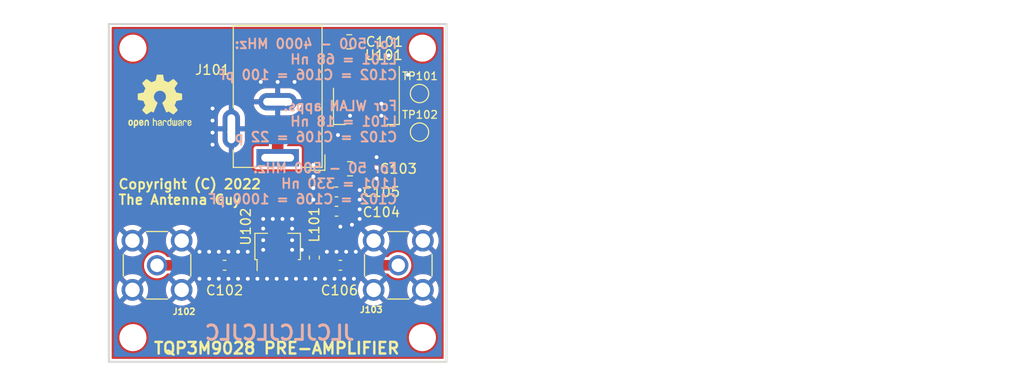
<source format=kicad_pcb>
(kicad_pcb (version 20211014) (generator pcbnew)
  (title_block (title "Pre-amplifier board for Qorvo TQP3M9028") (date "2022-12-18") (rev "1.0") (company "The Antenna Guy"))
  (layers (0 "F.Cu" signal) (31 "B.Cu" signal) (34 "B.Paste" user) (35 "F.Paste" user) (36 "B.SilkS" user "B.Silkscreen") (37 "F.SilkS" user "F.Silkscreen") (38 "B.Mask" user) (39 "F.Mask" user) (44 "Edge.Cuts" user))
  (net 0 "")
  (net 1 "Net-(C101-Pad1)")
  (net 2 "GND")
  (net 3 "Net-(C102-Pad1)")
  (net 4 "Net-(C102-Pad2)")
  (net 5 "Net-(C103-Pad1)")
  (net 6 "Net-(C106-Pad1)")
  (net 7 "Net-(C106-Pad2)")
  (footprint "Capacitor_SMD:C_0805_2012Metric" (layer "F.Cu") (at 125 100)
    (fp_text reference "C103" (at 5 0) (layer "F.SilkS"))
    (fp_text value "10uF")
    (fp_line (start -0.261252 0.735) (end 0.261252 0.735) (layer "F.SilkS") (width 0.12))
    (fp_line (start -0.261252 -0.735) (end 0.261252 -0.735) (layer "F.SilkS") (width 0.12))
    (pad "1" smd roundrect (at -0.95 0) (size 1 1.45) (layers "F.Cu" "F.Paste" "F.Mask") (net 5 "Net-(C103-Pad1)"))
    (pad "2" smd roundrect (at 0.95 0) (size 1 1.45) (layers "F.Cu" "F.Paste" "F.Mask") (net 2 "GND"))
  )
  (footprint "TestPoint:TestPoint_Pad_D1.5mm" (layer "F.Cu") (at 132.2 92.2)
    (fp_text reference "TP101" (at 0.05 -1.8) (layer "F.SilkS") (effects (font (size 0.8 0.8) (thickness 0.13))))
    (fp_text value "TestPoint")
    (fp_circle (center 0 0) (end 0 0.95) (layer "F.SilkS") (width 0.12) (fill none))
    (pad "1" smd circle (at 0 0) (size 1.5 1.5) (layers "F.Cu" "F.Mask") (net 5 "Net-(C103-Pad1)"))
  )
  (footprint "MountingHole:MountingHole_2.2mm_M2_DIN965" (layer "F.Cu") (at 132.5 117.5)
    (fp_text reference " " (at 0 -2.9) (layer "F.SilkS"))
    (fp_text value "MountingHole_2.2mm_M2_DIN965")
    (pad "" np_thru_hole circle (at 0 0) (size 2.2 2.2) (drill 2.2) (layers *.Cu *.Mask))
  )
  (footprint "MountingHole:MountingHole_2.2mm_M2_DIN965" (layer "F.Cu") (at 132.5 87.5)
    (fp_text reference " " (at 0 -2.9) (layer "F.SilkS"))
    (fp_text value "MountingHole_2.2mm_M2_DIN965")
    (pad "" np_thru_hole circle (at 0 0) (size 2.2 2.2) (drill 2.2) (layers *.Cu *.Mask))
  )
  (footprint "MountingHole:MountingHole_2.2mm_M2_DIN965" (layer "F.Cu") (at 102.5 117.5)
    (fp_text reference " " (at 0 -2.9) (layer "F.SilkS"))
    (fp_text value "MountingHole_2.2mm_M2_DIN965")
    (pad "" np_thru_hole circle (at 0 0) (size 2.2 2.2) (drill 2.2) (layers *.Cu *.Mask))
  )
  (footprint "Package_TO_SOT_SMD:SOT-89-3" (layer "F.Cu") (at 117.5 108.35 90)
    (fp_text reference "U102" (at 2.35 -3.3 90) (layer "F.SilkS"))
    (fp_text value "TQP3M9028")
    (fp_line (start -1.06 -2.36) (end 1.66 -2.36) (layer "F.SilkS") (width 0.12))
    (fp_line (start 1.66 -2.36) (end 1.66 -1.05) (layer "F.SilkS") (width 0.12))
    (fp_line (start 1.66 2.36) (end -1.06 2.36) (layer "F.SilkS") (width 0.12))
    (fp_line (start -1.06 2.36) (end -1.06 2.13) (layer "F.SilkS") (width 0.12))
    (fp_line (start -2.2 -2.13) (end -1.06 -2.13) (layer "F.SilkS") (width 0.12))
    (fp_line (start -1.06 -2.36) (end -1.06 -2.13) (layer "F.SilkS") (width 0.12))
    (fp_line (start 1.66 1.05) (end 1.66 2.36) (layer "F.SilkS") (width 0.12))
    (pad "1" smd rect (at -1.65 -1.5 90) (size 1.3 0.9) (layers "F.Cu" "F.Paste" "F.Mask") (net 4 "Net-(C102-Pad2)"))
    (pad "2" smd custom (at -1.5625 0 90) (size 1.475 0.9) (layers "F.Cu" "F.Paste" "F.Mask") (net 2 "GND") (options (clearance outline) (anchor rect)) (primitives (gr_poly (pts (xy 3.8625 0.8665) (xy 0.7375 0.8665) (xy 0.7375 -0.8665) (xy 3.8625 -0.8665)) (width 0) (fill yes))))
    (pad "3" smd rect (at -1.65 1.5 90) (size 1.3 0.9) (layers "F.Cu" "F.Paste" "F.Mask") (net 6 "Net-(C106-Pad1)"))
  )
  (footprint "Capacitor_SMD:C_0603_1608Metric" (layer "F.Cu") (at 123.6 104.4)
    (fp_text reference "C104" (at 4.65 0.1) (layer "F.SilkS"))
    (fp_text value "100pF")
    (fp_line (start -0.14058 -0.51) (end 0.14058 -0.51) (layer "F.SilkS") (width 0.12))
    (fp_line (start -0.14058 0.51) (end 0.14058 0.51) (layer "F.SilkS") (width 0.12))
    (pad "1" smd roundrect (at -0.775 0) (size 0.9 0.95) (layers "F.Cu" "F.Paste" "F.Mask") (net 5 "Net-(C103-Pad1)"))
    (pad "2" smd roundrect (at 0.775 0) (size 0.9 0.95) (layers "F.Cu" "F.Paste" "F.Mask") (net 2 "GND"))
  )
  (footprint "Package_TO_SOT_SMD:SOT-223-3_TabPin2" (layer "F.Cu") (at 126.6952 93.5 -90)
    (fp_text reference "U101" (at -5.2832 -1.8048 180) (layer "F.SilkS"))
    (fp_text value "AMS1117-5.0")
    (fp_line (start -1.85 3.41) (end 1.91 3.41) (layer "F.SilkS") (width 0.12))
    (fp_line (start -4.1 -3.41) (end 1.91 -3.41) (layer "F.SilkS") (width 0.12))
    (fp_line (start 1.91 -3.41) (end 1.91 -2.15) (layer "F.SilkS") (width 0.12))
    (fp_line (start 1.91 3.41) (end 1.91 2.15) (layer "F.SilkS") (width 0.12))
    (pad "1" smd rect (at -3.15 -2.3 270) (size 2 1.5) (layers "F.Cu" "F.Paste" "F.Mask") (net 2 "GND"))
    (pad "2" smd rect (at 3.15 0 270) (size 2 3.8) (layers "F.Cu" "F.Paste" "F.Mask") (net 5 "Net-(C103-Pad1)"))
    (pad "2" smd rect (at -3.15 0 270) (size 2 1.5) (layers "F.Cu" "F.Paste" "F.Mask") (net 5 "Net-(C103-Pad1)"))
    (pad "3" smd rect (at -3.15 2.3 270) (size 2 1.5) (layers "F.Cu" "F.Paste" "F.Mask") (net 1 "Net-(C101-Pad1)"))
  )
  (footprint "CONSMA002-L_SMA_COAX_CONN:LINX_CONSMA002-L" (layer "F.Cu") (at 105 110 -90)
    (fp_text reference "J102" (at 4.8 -2.8 180) (layer "F.SilkS") (effects (font (size 0.64 0.64))))
    (fp_text value "Conn_Coaxial")
    (fp_line (start -1.1 -3.5) (end 1.1 -3.5) (layer "F.SilkS") (width 0.127))
    (fp_line (start -1.1 3.5) (end 1.1 3.5) (layer "F.SilkS") (width 0.127))
    (fp_line (start -3.5 -1.1) (end -3.5 1.1) (layer "F.SilkS") (width 0.127))
    (fp_line (start 3.5 -1.1) (end 3.5 1.1) (layer "F.SilkS") (width 0.127))
    (pad "1" thru_hole circle (at 0 0 270) (size 2.1 2.1) (drill 1.4) (layers *.Cu *.Mask) (net 3 "Net-(C102-Pad1)"))
    (pad "2" thru_hole circle (at -2.55 -2.55 270) (size 2.25 2.25) (drill 1.5) (layers *.Cu *.Mask) (net 2 "GND"))
    (pad "2" thru_hole circle (at 2.55 -2.55 270) (size 2.25 2.25) (drill 1.5) (layers *.Cu *.Mask) (net 2 "GND"))
    (pad "2" thru_hole circle (at -2.55 2.55 270) (size 2.25 2.25) (drill 1.5) (layers *.Cu *.Mask) (net 2 "GND"))
    (pad "2" thru_hole circle (at 2.55 2.55 270) (size 2.25 2.25) (drill 1.5) (layers *.Cu *.Mask) (net 2 "GND"))
  )
  (footprint "Symbol:OSHW-Logo2_7.3x6mm_SilkScreen" (layer "F.Cu") (at 105.3 93)
    (fp_text reference "REF**" hide)
    (fp_text value "OSHW-Logo2_7.3x6mm_SilkScreen" hide)
    (fp_poly (pts (xy 2.6526 1.958752) (xy 2.669948 1.966334) (xy 2.711356 1.999128) (xy 2.746765 2.046547) (xy 2.768664 2.097151) (xy 2.772229 2.122098) (xy 2.760279 2.156927) (xy 2.734067 2.175357) (xy 2.705964 2.186516) (xy 2.693095 2.188572) (xy 2.686829 2.173649) (xy 2.674456 2.141175) (xy 2.669028 2.126502) (xy 2.63859 2.075744) (xy 2.59452 2.050427) (xy 2.53801 2.051206) (xy 2.533825 2.052203) (xy 2.503655 2.066507) (xy 2.481476 2.094393) (xy 2.466327 2.139287) (xy 2.45725 2.204615) (xy 2.453286 2.293804) (xy 2.452914 2.341261) (xy 2.45273 2.416071) (xy 2.451522 2.467069) (xy 2.448309 2.499471) (xy 2.442109 2.518495) (xy 2.43194 2.529356) (xy 2.416819 2.537272) (xy 2.415946 2.53767) (xy 2.386828 2.549981) (xy 2.372403 2.554514) (xy 2.370186 2.540809) (xy 2.368289 2.502925) (xy 2.366847 2.445715) (xy 2.365998 2.374027) (xy 2.365829 2.321565) (xy 2.366692 2.220047) (xy 2.37007 2.143032) (xy 2.377142 2.086023) (xy 2.389088 2.044526) (xy 2.40709 2.014043) (xy 2.432327 1.99008) (xy 2.457247 1.973355) (xy 2.517171 1.951097) (xy 2.586911 1.946076) (xy 2.6526 1.958752)) (layer "F.SilkS") (width 0.01) (fill solid))
    (fp_poly (pts (xy 1.779833 1.958663) (xy 1.782048 1.99685) (xy 1.783784 2.054886) (xy 1.784899 2.12818) (xy 1.785257 2.205055) (xy 1.785257 2.465196) (xy 1.739326 2.511127) (xy 1.707675 2.539429) (xy 1.67989 2.550893) (xy 1.641915 2.550168) (xy 1.62684 2.548321) (xy 1.579726 2.542948) (xy 1.540756 2.539869) (xy 1.531257 2.539585) (xy 1.499233 2.541445) (xy 1.453432 2.546114) (xy 1.435674 2.548321) (xy 1.392057 2.551735) (xy 1.362745 2.54432) (xy 1.33368 2.521427) (xy 1.323188 2.511127) (xy 1.277257 2.465196) (xy 1.277257 1.978602) (xy 1.314226 1.961758) (xy 1.346059 1.949282) (xy 1.364683 1.944914) (xy 1.369458 1.958718) (xy 1.373921 1.997286) (xy 1.377775 2.056356) (xy 1.380722 2.131663) (xy 1.382143 2.195286) (xy 1.386114 2.445657) (xy 1.420759 2.450556) (xy 1.452268 2.447131) (xy 1.467708 2.436041) (xy 1.472023 2.415308) (xy 1.475708 2.371145) (xy 1.478469 2.309146) (xy 1.480012 2.234909) (xy 1.480235 2.196706) (xy 1.480457 1.976783) (xy 1.526166 1.960849) (xy 1.558518 1.950015) (xy 1.576115 1.944962) (xy 1.576623 1.944914) (xy 1.578388 1.958648) (xy 1.580329 1.99673) (xy 1.582282 2.054482) (xy 1.584084 2.127227) (xy 1.585343 2.195286) (xy 1.589314 2.445657) (xy 1.6764 2.445657) (xy 1.680396 2.21724) (xy 1.684392 1.988822) (xy 1.726847 1.966868) (xy 1.758192 1.951793) (xy 1.776744 1.944951) (xy 1.777279 1.944914) (xy 1.779833 1.958663)) (layer "F.SilkS") (width 0.01) (fill solid))
    (fp_poly (pts (xy 0.529926 1.949755) (xy 0.595858 1.974084) (xy 0.649273 2.017117) (xy 0.670164 2.047409) (xy 0.692939 2.102994) (xy 0.692466 2.143186) (xy 0.668562 2.170217) (xy 0.659717 2.174813) (xy 0.62153 2.189144) (xy 0.602028 2.185472) (xy 0.595422 2.161407) (xy 0.595086 2.148114) (xy 0.582992 2.09921) (xy 0.551471 2.064999) (xy 0.507659 2.048476) (xy 0.458695 2.052634) (xy 0.418894 2.074227) (xy 0.40545 2.086544) (xy 0.395921 2.101487) (xy 0.389485 2.124075) (xy 0.385317 2.159328) (xy 0.382597 2.212266) (xy 0.380502 2.287907) (xy 0.37996 2.311857) (xy 0.377981 2.39379) (xy 0.375731 2.451455) (xy 0.372357 2.489608) (xy 0.367006 2.513004) (xy 0.358824 2.526398) (xy 0.346959 2.534545) (xy 0.339362 2.538144) (xy 0.307102 2.550452) (xy 0.288111 2.554514) (xy 0.281836 2.540948) (xy 0.278006 2.499934) (xy 0.2766 2.430999) (xy 0.277598 2.333669) (xy 0.277908 2.318657) (xy 0.280101 2.229859) (xy 0.282693 2.165019) (xy 0.286382 2.119067) (xy 0.291864 2.086935) (xy 0.299835 2.063553) (xy 0.310993 2.043852) (xy 0.31683 2.03541) (xy 0.350296 1.998057) (xy 0.387727 1.969003) (xy 0.392309 1.966467) (xy 0.459426 1.946443) (xy 0.529926 1.949755)) (layer "F.SilkS") (width 0.01) (fill solid))
    (fp_poly (pts (xy -0.624114 1.851289) (xy -0.619861 1.910613) (xy -0.614975 1.945572) (xy -0.608205 1.96082) (xy -0.598298 1.961015) (xy -0.595086 1.959195) (xy -0.552356 1.946015) (xy -0.496773 1.946785) (xy -0.440263 1.960333) (xy -0.404918 1.977861) (xy -0.368679 2.005861) (xy -0.342187 2.037549) (xy -0.324001 2.077813) (xy -0.312678 2.131543) (xy -0.306778 2.203626) (xy -0.304857 2.298951) (xy -0.304823 2.317237) (xy -0.3048 2.522646) (xy -0.350509 2.53858) (xy -0.382973 2.54942) (xy -0.400785 2.554468) (xy -0.401309 2.554514) (xy -0.403063 2.540828) (xy -0.404556 2.503076) (xy -0.405674 2.446224) (xy -0.406303 2.375234) (xy -0.4064 2.332073) (xy -0.406602 2.246973) (xy -0.407642 2.185981) (xy -0.410169 2.144177) (xy -0.414836 2.116642) (xy -0.422293 2.098456) (xy -0.433189 2.084698) (xy -0.439993 2.078073) (xy -0.486728 2.051375) (xy -0.537728 2.049375) (xy -0.583999 2.071955) (xy -0.592556 2.080107) (xy -0.605107 2.095436) (xy -0.613812 2.113618) (xy -0.619369 2.139909) (xy -0.622474 2.179562) (xy -0.623824 2.237832) (xy -0.624114 2.318173) (xy -0.624114 2.522646) (xy -0.669823 2.53858) (xy -0.702287 2.54942) (xy -0.720099 2.554468) (xy -0.720623 2.554514) (xy -0.721963 2.540623) (xy -0.723172 2.501439) (xy -0.724199 2.4407) (xy -0.724998 2.362141) (xy -0.725519 2.269498) (xy -0.725714 2.166509) (xy -0.725714 1.769342) (xy -0.678543 1.749444) (xy -0.631371 1.729547) (xy -0.624114 1.851289)) (layer "F.SilkS") (width 0.01) (fill solid))
    (fp_poly (pts (xy -1.831697 1.931239) (xy -1.774473 1.969735) (xy -1.730251 2.025335) (xy -1.703833 2.096086) (xy -1.69849 2.148162) (xy -1.699097 2.169893) (xy -1.704178 2.186531) (xy -1.718145 2.201437) (xy -1.745411 2.217973) (xy -1.790388 2.239498) (xy -1.857489 2.269374) (xy -1.857829 2.269524) (xy -1.919593 2.297813) (xy -1.970241 2.322933) (xy -2.004596 2.342179) (xy -2.017482 2.352848) (xy -2.017486 2.352934) (xy -2.006128 2.376166) (xy -1.979569 2.401774) (xy -1.949077 2.420221) (xy -1.93363 2.423886) (xy -1.891485 2.411212) (xy -1.855192 2.379471) (xy -1.837483 2.344572) (xy -1.820448 2.318845) (xy -1.787078 2.289546) (xy -1.747851 2.264235) (xy -1.713244 2.250471) (xy -1.706007 2.249714) (xy -1.697861 2.26216) (xy -1.69737 2.293972) (xy -1.703357 2.336866) (xy -1.714643 2.382558) (xy -1.73005 2.422761) (xy -1.730829 2.424322) (xy -1.777196 2.489062) (xy -1.837289 2.533097) (xy -1.905535 2.554711) (xy -1.976362 2.552185) (xy -2.044196 2.523804) (xy -2.047212 2.521808) (xy -2.100573 2.473448) (xy -2.13566 2.410352) (xy -2.155078 2.327387) (xy -2.157684 2.304078) (xy -2.162299 2.194055) (xy -2.156767 2.142748) (xy -2.017486 2.142748) (xy -2.015676 2.174753) (xy -2.005778 2.184093) (xy -1.981102 2.177105) (xy -1.942205 2.160587) (xy -1.898725 2.139881) (xy -1.897644 2.139333) (xy -1.860791 2.119949) (xy -1.846 2.107013) (xy -1.849647 2.093451) (xy -1.865005 2.075632) (xy -1.904077 2.049845) (xy -1.946154 2.04795) (xy -1.983897 2.066717) (xy -2.009966 2.102915) (xy -2.017486 2.142748) (xy -2.156767 2.142748) (xy -2.152806 2.106027) (xy -2.12845 2.036212) (xy -2.094544 1.987302) (xy -2.033347 1.937878) (xy -1.965937 1.913359) (xy -1.89712 1.911797) (xy -1.831697 1.931239)) (layer "F.SilkS") (width 0.01) (fill solid))
    (fp_poly (pts (xy 2.144876 1.956335) (xy 2.186667 1.975344) (xy 2.219469 1.998378) (xy 2.243503 2.024133) (xy 2.260097 2.057358) (xy 2.270577 2.1028) (xy 2.276271 2.165207) (xy 2.278507 2.249327) (xy 2.278743 2.304721) (xy 2.278743 2.520826) (xy 2.241774 2.53767) (xy 2.212656 2.549981) (xy 2.198231 2.554514) (xy 2.195472 2.541025) (xy 2.193282 2.504653) (xy 2.191942 2.451542) (xy 2.191657 2.409372) (xy 2.190434 2.348447) (xy 2.187136 2.300115) (xy 2.182321 2.270518) (xy 2.178496 2.264229) (xy 2.152783 2.270652) (xy 2.112418 2.287125) (xy 2.065679 2.309458) (xy 2.020845 2.333457) (xy 1.986193 2.35493) (xy 1.970002 2.369685) (xy 1.969938 2.369845) (xy 1.97133 2.397152) (xy 1.983818 2.423219) (xy 2.005743 2.444392) (xy 2.037743 2.451474) (xy 2.065092 2.450649) (xy 2.103826 2.450042) (xy 2.124158 2.459116) (xy 2.136369 2.483092) (xy 2.137909 2.487613) (xy 2.143203 2.521806) (xy 2.129047 2.542568) (xy 2.092148 2.552462) (xy 2.052289 2.554292) (xy 1.980562 2.540727) (xy 1.943432 2.521355) (xy 1.897576 2.475845) (xy 1.873256 2.419983) (xy 1.871073 2.360957) (xy 1.891629 2.305953) (xy 1.922549 2.271486) (xy 1.95342 2.252189) (xy 2.001942 2.227759) (xy 2.058485 2.202985) (xy 2.06791 2.199199) (xy 2.130019 2.171791) (xy 2.165822 2.147634) (xy 2.177337 2.123619) (xy 2.16658 2.096635) (xy 2.148114 2.075543) (xy 2.104469 2.049572) (xy 2.056446 2.047624) (xy 2.012406 2.067637) (xy 1.980709 2.107551) (xy 1.976549 2.117848) (xy 1.952327 2.155724) (xy 1.916965 2.183842) (xy 1.872343 2.206917) (xy 1.872343 2.141485) (xy 1.874969 2.101506) (xy 1.88623 2.069997) (xy 1.911199 2.036378) (xy 1.935169 2.010484) (xy 1.972441 1.973817) (xy 2.001401 1.954121) (xy 2.032505 1.94622) (xy 2.067713 1.944914) (xy 2.144876 1.956335)) (layer "F.SilkS") (width 0.01) (fill solid))
    (fp_poly (pts (xy 1.190117 2.065358) (xy 1.189933 2.173837) (xy 1.189219 2.257287) (xy 1.187675 2.319704) (xy 1.185001 2.365085) (xy 1.180894 2.397429) (xy 1.175055 2.420733) (xy 1.167182 2.438995) (xy 1.161221 2.449418) (xy 1.111855 2.505945) (xy 1.049264 2.541377) (xy 0.980013 2.55409) (xy 0.910668 2.542463) (xy 0.869375 2.521568) (xy 0.826025 2.485422) (xy 0.796481 2.441276) (xy 0.778655 2.383462) (xy 0.770463 2.306313) (xy 0.769302 2.249714) (xy 0.769458 2.245647) (xy 0.870857 2.245647) (xy 0.871476 2.31055) (xy 0.874314 2.353514) (xy 0.88084 2.381622) (xy 0.892523 2.401953) (xy 0.906483 2.417288) (xy 0.953365 2.44689) (xy 1.003701 2.449419) (xy 1.051276 2.424705) (xy 1.054979 2.421356) (xy 1.070783 2.403935) (xy 1.080693 2.383209) (xy 1.086058 2.352362) (xy 1.088228 2.304577) (xy 1.088571 2.251748) (xy 1.087827 2.185381) (xy 1.084748 2.141106) (xy 1.078061 2.112009) (xy 1.066496 2.091173) (xy 1.057013 2.080107) (xy 1.01296 2.052198) (xy 0.962224 2.048843) (xy 0.913796 2.070159) (xy 0.90445 2.078073) (xy 0.88854 2.095647) (xy 0.87861 2.116587) (xy 0.873278 2.147782) (xy 0.871163 2.196122) (xy 0.870857 2.245647) (xy 0.769458 2.245647) (xy 0.77281 2.158568) (xy 0.784726 2.090086) (xy 0.807135 2.0386) (xy 0.842124 1.998443) (xy 0.869375 1.977861) (xy 0.918907 1.955625) (xy 0.976316 1.945304) (xy 1.029682 1.948067) (xy 1.059543 1.959212) (xy 1.071261 1.962383) (xy 1.079037 1.950557) (xy 1.084465 1.918866) (xy 1.088571 1.870593) (xy 1.093067 1.816829) (xy 1.099313 1.784482) (xy 1.110676 1.765985) (xy 1.130528 1.75377) (xy 1.143 1.748362) (xy 1.190171 1.728601) (xy 1.190117 2.065358)) (layer "F.SilkS") (width 0.01) (fill solid))
    (fp_poly (pts (xy 0.10391 -2.757652) (xy 0.182454 -2.757222) (xy 0.239298 -2.756058) (xy 0.278105 -2.753793) (xy 0.302538 -2.75006) (xy 0.316262 -2.744494) (xy 0.32294 -2.736727) (xy 0.326236 -2.726395) (xy 0.326556 -2.725057) (xy 0.331562 -2.700921) (xy 0.340829 -2.653299) (xy 0.353392 -2.587259) (xy 0.368287 -2.507872) (xy 0.384551 -2.420204) (xy 0.385119 -2.417125) (xy 0.40141 -2.331211) (xy 0.416652 -2.255304) (xy 0.429861 -2.193955) (xy 0.440054 -2.151718) (xy 0.446248 -2.133145) (xy 0.446543 -2.132816) (xy 0.464788 -2.123747) (xy 0.502405 -2.108633) (xy 0.551271 -2.090738) (xy 0.551543 -2.090642) (xy 0.613093 -2.067507) (xy 0.685657 -2.038035) (xy 0.754057 -2.008403) (xy 0.757294 -2.006938) (xy 0.868702 -1.956374) (xy 1.115399 -2.12484) (xy 1.191077 -2.176197) (xy 1.259631 -2.222111) (xy 1.317088 -2.25997) (xy 1.359476 -2.287163) (xy 1.382825 -2.301079) (xy 1.385042 -2.302111) (xy 1.40201 -2.297516) (xy 1.433701 -2.275345) (xy 1.481352 -2.234553) (xy 1.546198 -2.174095) (xy 1.612397 -2.109773) (xy 1.676214 -2.046388) (xy 1.733329 -1.988549) (xy 1.780305 -1.939825) (xy 1.813703 -1.90379) (xy 1.830085 -1.884016) (xy 1.830694 -1.882998) (xy 1.832505 -1.869428) (xy 1.825683 -1.847267) (xy 1.80854 -1.813522) (xy 1.779393 -1.7652) (xy 1.736555 -1.699308) (xy 1.679448 -1.614483) (xy 1.628766 -1.539823) (xy 1.583461 -1.47286) (xy 1.54615 -1.417484) (xy 1.519452 -1.37758) (xy 1.505985 -1.357038) (xy 1.505137 -1.355644) (xy 1.506781 -1.335962) (xy 1.519245 -1.297707) (xy 1.540048 -1.248111) (xy 1.547462 -1.232272) (xy 1.579814 -1.16171) (xy 1.614328 -1.081647) (xy 1.642365 -1.012371) (xy 1.662568 -0.960955) (xy 1.678615 -0.921881) (xy 1.687888 -0.901459) (xy 1.689041 -0.899886) (xy 1.706096 -0.897279) (xy 1.746298 -0.890137) (xy 1.804302 -0.879477) (xy 1.874763 -0.866315) (xy 1.952335 -0.851667) (xy 2.031672 -0.836551) (xy 2.107431 -0.821982) (xy 2.174264 -0.808978) (xy 2.226828 -0.798555) (xy 2.259776 -0.79173) (xy 2.267857 -0.789801) (xy 2.276205 -0.785038) (xy 2.282506 -0.774282) (xy 2.287045 -0.753902) (xy 2.290104 -0.720266) (xy 2.291967 -0.669745) (xy 2.292918 -0.598708) (xy 2.29324 -0.503524) (xy 2.293257 -0.464508) (xy 2.293257 -0.147201) (xy 2.217057 -0.132161) (xy 2.174663 -0.124005) (xy 2.1114 -0.112101) (xy 2.034962 -0.097884) (xy 1.953043 -0.08279) (xy 1.9304 -0.078645) (xy 1.854806 -0.063947) (xy 1.788953 -0.049495) (xy 1.738366 -0.036625) (xy 1.708574 -0.026678) (xy 1.703612 -0.023713) (xy 1.691426 -0.002717) (xy 1.673953 0.037967) (xy 1.654577 0.090322) (xy 1.650734 0.1016) (xy 1.625339 0.171523) (xy 1.593817 0.250418) (xy 1.562969 0.321266) (xy 1.562817 0.321595) (xy 1.511447 0.432733) (xy 1.680399 0.681253) (xy 1.849352 0.929772) (xy 1.632429 1.147058) (xy 1.566819 1.211726) (xy 1.506979 1.268733) (xy 1.456267 1.315033) (xy 1.418046 1.347584) (xy 1.395675 1.363343) (xy 1.392466 1.364343) (xy 1.373626 1.356469) (xy 1.33518 1.334578) (xy 1.28133 1.301267) (xy 1.216276 1.259131) (xy 1.14594 1.211943) (xy 1.074555 1.16381) (xy 1.010908 1.121928) (xy 0.959041 1.088871) (xy 0.922995 1.067218) (xy 0.906867 1.059543) (xy 0.887189 1.066037) (xy 0.849875 1.08315) (xy 0.802621 1.107326) (xy 0.797612 1.110013) (xy 0.733977 1.141927) (xy 0.690341 1.157579) (xy 0.663202 1.157745) (xy 0.649057 1.143204) (xy 0.648975 1.143) (xy 0.641905 1.125779) (xy 0.625042 1.084899) (xy 0.599695 1.023525) (xy 0.567171 0.944819) (xy 0.528778 0.851947) (xy 0.485822 0.748072) (xy 0.444222 0.647502) (xy 0.398504 0.536516) (xy 0.356526 0.433703) (xy 0.319548 0.342215) (xy 0.288827 0.265201) (xy 0.265622 0.205815) (xy 0.25119 0.167209) (xy 0.246743 0.1528) (xy 0.257896 0.136272) (xy 0.287069 0.10993) (xy 0.325971 0.080887) (xy 0.436757 -0.010961) (xy 0.523351 -0.116241) (xy 0.584716 -0.232734) (xy 0.619815 -0.358224) (xy 0.627608 -0.490493) (xy 0.621943 -0.551543) (xy 0.591078 -0.678205) (xy 0.53792 -0.790059) (xy 0.465767 -0.885999) (xy 0.377917 -0.964924) (xy 0.277665 -1.02573) (xy 0.16831 -1.067313) (xy 0.053147 -1.088572) (xy -0.064525 -1.088401) (xy -0.18141 -1.065699) (xy -0.294211 -1.019362) (xy -0.399631 -0.948287) (xy -0.443632 -0.908089) (xy -0.528021 -0.804871) (xy -0.586778 -0.692075) (xy -0.620296 -0.57299) (xy -0.628965 -0.450905) (xy -0.613177 -0.329107) (xy -0.573322 -0.210884) (xy -0.509793 -0.099525) (xy -0.422979 0.001684) (xy -0.325971 0.080887) (xy -0.285563 0.111162) (xy -0.257018 0.137219) (xy -0.246743 0.152825) (xy -0.252123 0.169843) (xy -0.267425 0.2105) (xy -0.291388 0.271642) (xy -0.322756 0.350119) (xy -0.360268 0.44278) (xy -0.402667 0.546472) (xy -0.444337 0.647526) (xy -0.49031 0.758607) (xy -0.532893 0.861541) (xy -0.570779 0.953165) (xy -0.60266 1.030316) (xy -0.627229 1.089831) (xy -0.64318 1.128544) (xy -0.64909 1.143) (xy -0.663052 1.157685) (xy -0.69006 1.157642) (xy -0.733587 1.142099) (xy -0.79711 1.110284) (xy -0.797612 1.110013) (xy -0.84544 1.085323) (xy -0.884103 1.067338) (xy -0.905905 1.059614) (xy -0.906867 1.059543) (xy -0.923279 1.067378) (xy -0.959513 1.089165) (xy -1.011526 1.122328) (xy -1.075275 1.164291) (xy -1.14594 1.211943) (xy -1.217884 1.260191) (xy -1.282726 1.302151) (xy -1.336265 1.335227) (xy -1.374303 1.356821) (xy -1.392467 1.364343) (xy -1.409192 1.354457) (xy -1.44282 1.326826) (xy -1.48999 1.284495) (xy -1.547342 1.230505) (xy -1.611516 1.167899) (xy -1.632503 1.146983) (xy -1.849501 0.929623) (xy -1.684332 0.68722) (xy -1.634136 0.612781) (xy -1.590081 0.545972) (xy -1.554638 0.490665) (xy -1.530281 0.450729) (xy -1.519478 0.430036) (xy -1.519162 0.428563) (xy -1.524857 0.409058) (xy -1.540174 0.369822) (xy -1.562463 0.31743) (xy -1.578107 0.282355) (xy -1.607359 0.215201) (xy -1.634906 0.147358) (xy -1.656263 0.090034) (xy -1.662065 0.072572) (xy -1.678548 0.025938) (xy -1.69466 -0.010095) (xy -1.70351 -0.023713) (xy -1.72304 -0.032048) (xy -1.765666 -0.043863) (xy -1.825855 -0.057819) (xy -1.898078 -0.072578) (xy -1.9304 -0.078645) (xy -2.012478 -0.093727) (xy -2.091205 -0.108331) (xy -2.158891 -0.12102) (xy -2.20784 -0.130358) (xy -2.217057 -0.132161) (xy -2.293257 -0.147201) (xy -2.293257 -0.464508) (xy -2.293086 -0.568846) (xy -2.292384 -0.647787) (xy -2.290866 -0.704962) (xy -2.288251 -0.744001) (xy -2.284254 -0.768535) (xy -2.278591 -0.782195) (xy -2.27098 -0.788611) (xy -2.267857 -0.789801) (xy -2.249022 -0.79402) (xy -2.207412 -0.802438) (xy -2.14837 -0.814039) (xy -2.077243 -0.827805) (xy -1.999375 -0.84272) (xy -1.920113 -0.857768) (xy -1.844802 -0.871931) (xy -1.778787 -0.884194) (xy -1.727413 -0.893539) (xy -1.696025 -0.89895) (xy -1.689041 -0.899886) (xy -1.682715 -0.912404) (xy -1.66871 -0.945754) (xy -1.649645 -0.993623) (xy -1.642366 -1.012371) (xy -1.613004 -1.084805) (xy -1.578429 -1.16483) (xy -1.547463 -1.232272) (xy -1.524677 -1.283841) (xy -1.509518 -1.326215) (xy -1.504458 -1.352166) (xy -1.505264 -1.355644) (xy -1.515959 -1.372064) (xy -1.54038 -1.408583) (xy -1.575905 -1.461313) (xy -1.619913 -1.526365) (xy -1.669783 -1.599849) (xy -1.679644 -1.614355) (xy -1.737508 -1.700296) (xy -1.780044 -1.765739) (xy -1.808946 -1.813696) (xy -1.82591 -1.84718) (xy -1.832633 -1.869205) (xy -1.83081 -1.882783) (xy -1.830764 -1.882869) (xy -1.816414 -1.900703) (xy -1.784677 -1.935183) (xy -1.73899 -1.982732) (xy -1.682796 -2.039778) (xy -1.619532 -2.102745) (xy -1.612398 -2.109773) (xy -1.53267 -2.18698) (xy -1.471143 -2.24367) (xy -1.426579 -2.28089) (xy -1.397743 -2.299685) (xy -1.385042 -2.302111) (xy -1.366506 -2.291529) (xy -1.328039 -2.267084) (xy -1.273614 -2.231388) (xy -1.207202 -2.187053) (xy -1.132775 -2.136689) (xy -1.115399 -2.12484) (xy -0.868703 -1.956374) (xy -0.757294 -2.006938) (xy -0.689543 -2.036405) (xy -0.616817 -2.066041) (xy -0.554297 -2.08967) (xy -0.551543 -2.090642) (xy -0.50264 -2.108543) (xy -0.464943 -2.12368) (xy -0.446575 -2.13279) (xy -0.446544 -2.132816) (xy -0.440715 -2.149283) (xy -0.430808 -2.189781) (xy -0.417805 -2.249758) (xy -0.402691 -2.32466) (xy -0.386448 -2.409936) (xy -0.385119 -2.417125) (xy -0.368825 -2.504986) (xy -0.353867 -2.58474) (xy -0.341209 -2.651319) (xy -0.331814 -2.699653) (xy -0.326646 -2.724675) (xy -0.326556 -2.725057) (xy -0.323411 -2.735701) (xy -0.317296 -2.743738) (xy -0.304547 -2.749533) (xy -0.2815 -2.753453) (xy -0.244491 -2.755865) (xy -0.189856 -2.757135) (xy -0.113933 -2.757629) (xy -0.013056 -2.757714) (xy 0 -2.757714) (xy 0.10391 -2.757652)) (layer "F.SilkS") (width 0.01) (fill solid))
    (fp_poly (pts (xy -2.958885 1.921962) (xy -2.890855 1.957733) (xy -2.840649 2.015301) (xy -2.822815 2.052312) (xy -2.808937 2.107882) (xy -2.801833 2.178096) (xy -2.80116 2.254727) (xy -2.806573 2.329552) (xy -2.81773 2.394342) (xy -2.834286 2.440873) (xy -2.839374 2.448887) (xy -2.899645 2.508707) (xy -2.971231 2.544535) (xy -3.048908 2.55502) (xy -3.127452 2.53881) (xy -3.149311 2.529092) (xy -3.191878 2.499143) (xy -3.229237 2.459433) (xy -3.232768 2.454397) (xy -3.247119 2.430124) (xy -3.256606 2.404178) (xy -3.26221 2.370022) (xy -3.264914 2.321119) (xy -3.265701 2.250935) (xy -3.265714 2.2352) (xy -3.265678 2.230192) (xy -3.120571 2.230192) (xy -3.119727 2.29643) (xy -3.116404 2.340386) (xy -3.109417 2.368779) (xy -3.097584 2.388325) (xy -3.091543 2.394857) (xy -3.056814 2.41968) (xy -3.023097 2.418548) (xy -2.989005 2.397016) (xy -2.968671 2.374029) (xy -2.956629 2.340478) (xy -2.949866 2.287569) (xy -2.949402 2.281399) (xy -2.948248 2.185513) (xy -2.960312 2.114299) (xy -2.98543 2.068194) (xy -3.02344 2.047635) (xy -3.037008 2.046514) (xy -3.072636 2.052152) (xy -3.097006 2.071686) (xy -3.111907 2.109042) (xy -3.119125 2.16815) (xy -3.120571 2.230192) (xy -3.265678 2.230192) (xy -3.265174 2.160413) (xy -3.262904 2.108159) (xy -3.257932 2.071949) (xy -3.249287 2.045299) (xy -3.235995 2.021722) (xy -3.233057 2.017338) (xy -3.183687 1.958249) (xy -3.129891 1.923947) (xy -3.064398 1.910331) (xy -3.042158 1.909665) (xy -2.958885 1.921962)) (layer "F.SilkS") (width 0.01) (fill solid))
    (fp_poly (pts (xy -2.400256 1.919918) (xy -2.344799 1.947568) (xy -2.295852 1.99848) (xy -2.282371 2.017338) (xy -2.267686 2.042015) (xy -2.258158 2.068816) (xy -2.252707 2.104587) (xy -2.250253 2.156169) (xy -2.249714 2.224267) (xy -2.252148 2.317588) (xy -2.260606 2.387657) (xy -2.276826 2.439931) (xy -2.302546 2.479869) (xy -2.339503 2.512929) (xy -2.342218 2.514886) (xy -2.37864 2.534908) (xy -2.422498 2.544815) (xy -2.478276 2.547257) (xy -2.568952 2.547257) (xy -2.56899 2.635283) (xy -2.569834 2.684308) (xy -2.574976 2.713065) (xy -2.588413 2.730311) (xy -2.614142 2.744808) (xy -2.620321 2.747769) (xy -2.649236 2.761648) (xy -2.671624 2.770414) (xy -2.688271 2.771171) (xy -2.699964 2.761023) (xy -2.70749 2.737073) (xy -2.711634 2.696426) (xy -2.713185 2.636186) (xy -2.712929 2.553455) (xy -2.711651 2.445339) (xy -2.711252 2.413) (xy -2.709815 2.301524) (xy -2.708528 2.228603) (xy -2.569029 2.228603) (xy -2.568245 2.290499) (xy -2.56476 2.330997) (xy -2.556876 2.357708) (xy -2.542895 2.378244) (xy -2.533403 2.38826) (xy -2.494596 2.417567) (xy -2.460237 2.419952) (xy -2.424784 2.39575) (xy -2.423886 2.394857) (xy -2.409461 2.376153) (xy -2.400687 2.350732) (xy -2.396261 2.311584) (xy -2.394882 2.251697) (xy -2.394857 2.23843) (xy -2.398188 2.155901) (xy -2.409031 2.098691) (xy -2.42866 2.063766) (xy -2.45835 2.048094) (xy -2.475509 2.046514) (xy -2.516234 2.053926) (xy -2.544168 2.07833) (xy -2.560983 2.12298) (xy -2.56835 2.19113) (xy -2.569029 2.228603) (xy -2.708528 2.228603) (xy -2.708292 2.215245) (xy -2.706323 2.150333) (xy -2.70355 2.102958) (xy -2.699612 2.06929) (xy -2.694151 2.045498) (xy -2.686808 2.027753) (xy -2.677223 2.012224) (xy -2.673113 2.006381) (xy -2.618595 1.951185) (xy -2.549664 1.91989) (xy -2.469928 1.911165) (xy -2.400256 1.919918)) (layer "F.SilkS") (width 0.01) (fill solid))
    (fp_poly (pts (xy -1.283907 1.92778) (xy -1.237328 1.954723) (xy -1.204943 1.981466) (xy -1.181258 2.009484) (xy -1.164941 2.043748) (xy -1.154661 2.089227) (xy -1.149086 2.150892) (xy -1.146884 2.233711) (xy -1.146629 2.293246) (xy -1.146629 2.512391) (xy -1.208314 2.540044) (xy -1.27 2.567697) (xy -1.277257 2.32767) (xy -1.280256 2.238028) (xy -1.283402 2.172962) (xy -1.287299 2.128026) (xy -1.292553 2.09877) (xy -1.299769 2.080748) (xy -1.30955 2.069511) (xy -1.312688 2.067079) (xy -1.360239 2.048083) (xy -1.408303 2.0556) (xy -1.436914 2.075543) (xy -1.448553 2.089675) (xy -1.456609 2.10822) (xy -1.461729 2.136334) (xy -1.464559 2.179173) (xy -1.465744 2.241895) (xy -1.465943 2.307261) (xy -1.465982 2.389268) (xy -1.467386 2.447316) (xy -1.472086 2.486465) (xy -1.482013 2.51178) (xy -1.499097 2.528323) (xy -1.525268 2.541156) (xy -1.560225 2.554491) (xy -1.598404 2.569007) (xy -1.593859 2.311389) (xy -1.592029 2.218519) (xy -1.589888 2.149889) (xy -1.586819 2.100711) (xy -1.582206 2.066198) (xy -1.575432 2.041562) (xy -1.565881 2.022016) (xy -1.554366 2.00477) (xy -1.49881 1.94968) (xy -1.43102 1.917822) (xy -1.357287 1.910191) (xy -1.283907 1.92778)) (layer "F.SilkS") (width 0.01) (fill solid))
    (fp_poly (pts (xy 3.153595 1.966966) (xy 3.211021 2.004497) (xy 3.238719 2.038096) (xy 3.260662 2.099064) (xy 3.262405 2.147308) (xy 3.258457 2.211816) (xy 3.109686 2.276934) (xy 3.037349 2.310202) (xy 2.990084 2.336964) (xy 2.965507 2.360144) (xy 2.961237 2.382667) (xy 2.974889 2.407455) (xy 2.989943 2.423886) (xy 3.033746 2.450235) (xy 3.081389 2.452081) (xy 3.125145 2.431546) (xy 3.157289 2.390752) (xy 3.163038 2.376347) (xy 3.190576 2.331356) (xy 3.222258 2.312182) (xy 3.265714 2.295779) (xy 3.265714 2.357966) (xy 3.261872 2.400283) (xy 3.246823 2.435969) (xy 3.21528 2.476943) (xy 3.210592 2.482267) (xy 3.175506 2.51872) (xy 3.145347 2.538283) (xy 3.107615 2.547283) (xy 3.076335 2.55023) (xy 3.020385 2.550965) (xy 2.980555 2.54166) (xy 2.955708 2.527846) (xy 2.916656 2.497467) (xy 2.889625 2.464613) (xy 2.872517 2.423294) (xy 2.863238 2.367521) (xy 2.859693 2.291305) (xy 2.85941 2.252622) (xy 2.860372 2.206247) (xy 2.948007 2.206247) (xy 2.949023 2.231126) (xy 2.951556 2.2352) (xy 2.968274 2.229665) (xy 3.004249 2.215017) (xy 3.052331 2.19419) (xy 3.062386 2.189714) (xy 3.123152 2.158814) (xy 3.156632 2.131657) (xy 3.16399 2.10622) (xy 3.146391 2.080481) (xy 3.131856 2.069109) (xy 3.07941 2.046364) (xy 3.030322 2.050122) (xy 2.989227 2.077884) (xy 2.960758 2.127152) (xy 2.951631 2.166257) (xy 2.948007 2.206247) (xy 2.860372 2.206247) (xy 2.861285 2.162249) (xy 2.868196 2.095384) (xy 2.881884 2.046695) (xy 2.904096 2.010849) (xy 2.936574 1.982513) (xy 2.950733 1.973355) (xy 3.015053 1.949507) (xy 3.085473 1.948006) (xy 3.153595 1.966966)) (layer "F.SilkS") (width 0.01) (fill solid))
    (fp_poly (pts (xy 0.039744 1.950968) (xy 0.096616 1.972087) (xy 0.097267 1.972493) (xy 0.13244 1.99838) (xy 0.158407 2.028633) (xy 0.17667 2.068058) (xy 0.188732 2.121462) (xy 0.196096 2.193651) (xy 0.200264 2.289432) (xy 0.200629 2.303078) (xy 0.205876 2.508842) (xy 0.161716 2.531678) (xy 0.129763 2.54711) (xy 0.11047 2.554423) (xy 0.109578 2.554514) (xy 0.106239 2.541022) (xy 0.103587 2.504626) (xy 0.101956 2.451452) (xy 0.1016 2.408393) (xy 0.101592 2.338641) (xy 0.098403 2.294837) (xy 0.087288 2.273944) (xy 0.063501 2.272925) (xy 0.022296 2.288741) (xy -0.039914 2.317815) (xy -0.085659 2.341963) (xy -0.109187 2.362913) (xy -0.116104 2.385747) (xy -0.116114 2.386877) (xy -0.104701 2.426212) (xy -0.070908 2.447462) (xy -0.019191 2.450539) (xy 0.018061 2.450006) (xy 0.037703 2.460735) (xy 0.049952 2.486505) (xy 0.057002 2.519337) (xy 0.046842 2.537966) (xy 0.043017 2.540632) (xy 0.007001 2.55134) (xy -0.043434 2.552856) (xy -0.095374 2.545759) (xy -0.132178 2.532788) (xy -0.183062 2.489585) (xy -0.211986 2.429446) (xy -0.217714 2.382462) (xy -0.213343 2.340082) (xy -0.197525 2.305488) (xy -0.166203 2.274763) (xy -0.115322 2.24399) (xy -0.040824 2.209252) (xy -0.036286 2.207288) (xy 0.030821 2.176287) (xy 0.072232 2.150862) (xy 0.089981 2.128014) (xy 0.086107 2.104745) (xy 0.062643 2.078056) (xy 0.055627 2.071914) (xy 0.00863 2.0481) (xy -0.040067 2.049103) (xy -0.082478 2.072451) (xy -0.110616 2.115675) (xy -0.113231 2.12416) (xy -0.138692 2.165308) (xy -0.170999 2.185128) (xy -0.217714 2.20477) (xy -0.217714 2.15395) (xy -0.203504 2.080082) (xy -0.161325 2.012327) (xy -0.139376 1.989661) (xy -0.089483 1.960569) (xy -0.026033 1.9474) (xy 0.039744 1.950968)) (layer "F.SilkS") (width 0.01) (fill solid))
  )
  (footprint "Capacitor_SMD:C_0603_1608Metric" (layer "F.Cu") (at 124 110)
    (fp_text reference "C106" (at -0.1 2.6) (layer "F.SilkS"))
    (fp_text value "100pF")
    (fp_line (start -0.14058 -0.51) (end 0.14058 -0.51) (layer "F.SilkS") (width 0.12))
    (fp_line (start -0.14058 0.51) (end 0.14058 0.51) (layer "F.SilkS") (width 0.12))
    (pad "1" smd roundrect (at -0.775 0) (size 0.9 0.95) (layers "F.Cu" "F.Paste" "F.Mask") (net 6 "Net-(C106-Pad1)"))
    (pad "2" smd roundrect (at 0.775 0) (size 0.9 0.95) (layers "F.Cu" "F.Paste" "F.Mask") (net 7 "Net-(C106-Pad2)"))
  )
  (footprint "MountingHole:MountingHole_2.2mm_M2_DIN965" (layer "F.Cu") (at 102.5 87.5)
    (fp_text reference " " (at 0 -2.9) (layer "F.SilkS"))
    (fp_text value "MountingHole_2.2mm_M2_DIN965")
    (pad "" np_thru_hole circle (at 0 0) (size 2.2 2.2) (drill 2.2) (layers *.Cu *.Mask))
  )
  (footprint "TestPoint:TestPoint_Pad_D1.5mm" (layer "F.Cu") (at 132.2 96.2)
    (fp_text reference "TP102" (at 0.05 -1.8) (layer "F.SilkS") (effects (font (size 0.8 0.8) (thickness 0.13))))
    (fp_text value "TestPoint")
    (fp_circle (center 0 0) (end 0 0.95) (layer "F.SilkS") (width 0.12) (fill none))
    (pad "1" smd circle (at 0 0) (size 1.5 1.5) (layers "F.Cu" "F.Mask") (net 2 "GND"))
  )
  (footprint "Capacitor_SMD:C_0805_2012Metric" (layer "F.Cu") (at 124.9172 86.8426)
    (fp_text reference "C101" (at 3.65 0) (layer "F.SilkS"))
    (fp_text value "10uF")
    (fp_line (start -0.261252 -0.735) (end 0.261252 -0.735) (layer "F.SilkS") (width 0.12))
    (fp_line (start -0.261252 0.735) (end 0.261252 0.735) (layer "F.SilkS") (width 0.12))
    (pad "1" smd roundrect (at -0.95 0) (size 1 1.45) (layers "F.Cu" "F.Paste" "F.Mask") (net 1 "Net-(C101-Pad1)"))
    (pad "2" smd roundrect (at 0.95 0) (size 1 1.45) (layers "F.Cu" "F.Paste" "F.Mask") (net 2 "GND"))
  )
  (footprint "Capacitor_SMD:C_0603_1608Metric" (layer "F.Cu") (at 112 110)
    (fp_text reference "C102" (at 0 2.6) (layer "F.SilkS"))
    (fp_text value "100pF")
    (fp_line (start -0.14058 0.51) (end 0.14058 0.51) (layer "F.SilkS") (width 0.12))
    (fp_line (start -0.14058 -0.51) (end 0.14058 -0.51) (layer "F.SilkS") (width 0.12))
    (pad "1" smd roundrect (at -0.775 0) (size 0.9 0.95) (layers "F.Cu" "F.Paste" "F.Mask") (net 3 "Net-(C102-Pad1)"))
    (pad "2" smd roundrect (at 0.775 0) (size 0.9 0.95) (layers "F.Cu" "F.Paste" "F.Mask") (net 4 "Net-(C102-Pad2)"))
  )
  (footprint "Capacitor_SMD:C_0603_1608Metric" (layer "F.Cu") (at 123.6 102.4)
    (fp_text reference "C105" (at 4.65 0) (layer "F.SilkS"))
    (fp_text value "10nF")
    (fp_line (start -0.14058 -0.51) (end 0.14058 -0.51) (layer "F.SilkS") (width 0.12))
    (fp_line (start -0.14058 0.51) (end 0.14058 0.51) (layer "F.SilkS") (width 0.12))
    (pad "1" smd roundrect (at -0.775 0) (size 0.9 0.95) (layers "F.Cu" "F.Paste" "F.Mask") (net 5 "Net-(C103-Pad1)"))
    (pad "2" smd roundrect (at 0.775 0) (size 0.9 0.95) (layers "F.Cu" "F.Paste" "F.Mask") (net 2 "GND"))
  )
  (footprint "Inductor_SMD:L_0603_1608Metric" (layer "F.Cu") (at 121.3 109.2 -90)
    (fp_text reference locked "L101" (at -3.4 0 90) (layer "F.SilkS"))
    (fp_text value "68nH")
    (fp_line (start -0.162779 0.51) (end 0.162779 0.51) (layer "F.SilkS") (width 0.12))
    (fp_line (start -0.162779 -0.51) (end 0.162779 -0.51) (layer "F.SilkS") (width 0.12))
    (pad "1" smd roundrect (at -0.7875 0 270) (size 0.875 0.95) (layers "F.Cu" "F.Paste" "F.Mask") (net 5 "Net-(C103-Pad1)"))
    (pad "2" smd roundrect (at 0.7875 0 270) (size 0.875 0.95) (layers "F.Cu" "F.Paste" "F.Mask") (net 6 "Net-(C106-Pad1)"))
  )
  (footprint "CONSMA002-L_SMA_COAX_CONN:LINX_CONSMA002-L" (layer "F.Cu") (at 130 110 90)
    (fp_text reference "J103" (at -4.6 -2.8 180) (layer "F.SilkS") (effects (font (size 0.64 0.64))))
    (fp_text value "Conn_Coaxial")
    (fp_line (start -1.1 -3.5) (end 1.1 -3.5) (layer "F.SilkS") (width 0.127))
    (fp_line (start -3.5 -1.1) (end -3.5 1.1) (layer "F.SilkS") (width 0.127))
    (fp_line (start -1.1 3.5) (end 1.1 3.5) (layer "F.SilkS") (width 0.127))
    (fp_line (start 3.5 -1.1) (end 3.5 1.1) (layer "F.SilkS") (width 0.127))
    (pad "1" thru_hole circle (at 0 0 90) (size 2.1 2.1) (drill 1.4) (layers *.Cu *.Mask) (net 7 "Net-(C106-Pad2)"))
    (pad "2" thru_hole circle (at 2.55 2.55 90) (size 2.25 2.25) (drill 1.5) (layers *.Cu *.Mask) (net 2 "GND"))
    (pad "2" thru_hole circle (at -2.55 -2.55 90) (size 2.25 2.25) (drill 1.5) (layers *.Cu *.Mask) (net 2 "GND"))
    (pad "2" thru_hole circle (at -2.55 2.55 90) (size 2.25 2.25) (drill 1.5) (layers *.Cu *.Mask) (net 2 "GND"))
    (pad "2" thru_hole circle (at 2.55 -2.55 90) (size 2.25 2.25) (drill 1.5) (layers *.Cu *.Mask) (net 2 "GND"))
  )
  (footprint "Connector_BarrelJack:BarrelJack_Wuerth_6941xx301002" (layer "F.Cu") (at 117.5 98.8568 180)
    (fp_text reference "J101" (at 6.75 9.1068 180) (layer "F.SilkS"))
    (fp_text value "Barrel_Jack_Switch")
    (fp_line (start -4.6 13.7) (end -4.6 -1) (layer "F.SilkS") (width 0.12))
    (fp_line (start -3.2 -1.3) (end -4.9 -1.3) (layer "F.SilkS") (width 0.12))
    (fp_line (start -4.9 -1.3) (end -4.9 0.3) (layer "F.SilkS") (width 0.12))
    (fp_line (start 4.6 5.2) (end 4.6 13.7) (layer "F.SilkS") (width 0.12))
    (fp_line (start 2.5 -1) (end 4.6 -1) (layer "F.SilkS") (width 0.12))
    (fp_line (start -4.6 -1) (end -2.5 -1) (layer "F.SilkS") (width 0.12))
    (fp_line (start 4.6 13.7) (end -4.6 13.7) (layer "F.SilkS") (width 0.12))
    (fp_line (start 4.6 -1) (end 4.6 0.8) (layer "F.SilkS") (width 0.12))
    (pad "1" thru_hole rect (at 0 0 180) (size 4.4 1.8) (drill oval 3.4 0.8) (layers *.Cu *.Mask) (net 1 "Net-(C101-Pad1)"))
    (pad "2" thru_hole oval (at 0 5.8 180) (size 4 1.8) (drill oval 3 0.8) (layers *.Cu *.Mask) (net 2 "GND"))
    (pad "3" thru_hole oval (at 4.8 3 270) (size 4 1.8) (drill oval 3 0.8) (layers *.Cu *.Mask) (net 2 "GND"))
  )
  (gr_line (start 135 85) (end 100 85) (layer "Edge.Cuts") (width 0.2))
  (gr_line (start 100 120) (end 135 120) (layer "Edge.Cuts") (width 0.2))
  (gr_line (start 100 85) (end 100 120) (layer "Edge.Cuts") (width 0.2))
  (gr_line (start 135 120) (end 135 85) (layer "Edge.Cuts") (width 0.2))
  (gr_text "JLCJLCJLCJLC" (at 117.7 117) (layer "B.SilkS") (effects (font (size 1.5 1.5) (thickness 0.3)) (justify mirror)))
  (gr_text "For 500 - 4000 MHz:\nL101 = 68 nH\nC102 = C106 = 100 pF\n\nFor WLAN apps:\nL101 = 18 nH\nC102 = C106 = 22 pF\n\nFor 50 - 500 MHz:\nL101 = 330 nH\nC102 = C106 = 1000 pF" (at 130 95.1) (layer "B.SilkS") (effects (font (size 1 1) (thickness 0.2)) (justify left mirror)))
  (gr_text "Copyright (C) 2022\nThe Antenna Guy" (at 100.9 102.4) (layer "F.SilkS") (effects (font (size 1 1) (thickness 0.2)) (justify left)))
  (gr_text "TQP3M9028 PRE-AMPLIFIER" (at 117.4 118.6) (layer "F.SilkS") (effects (font (size 1.2 1.2) (thickness 0.25))))
  (segment (start 122.5 95) (end 124.3952 93.1048) (width 1.2) (layer "F.Cu") (net 1))
  (segment (start 124.3952 90.35) (end 124.3952 88.8952) (width 1.2) (layer "F.Cu") (net 1))
  (segment (start 124.3952 88.8952) (end 123.9672 88.4672) (width 1.2) (layer "F.Cu") (net 1))
  (segment (start 124.3952 93.1048) (end 124.3952 90.35) (width 1.2) (layer "F.Cu") (net 1))
  (segment (start 119.75 95) (end 122.5 95) (width 1.2) (layer "F.Cu") (net 1))
  (segment (start 123.9672 88.4672) (end 123.9672 86.8426) (width 1.2) (layer "F.Cu") (net 1))
  (segment (start 117.5 97.25) (end 119.75 95) (width 1.2) (layer "F.Cu") (net 1))
  (segment (start 117.5 98.8568) (end 117.5 97.25) (width 1.2) (layer "F.Cu") (net 1))
  (via (at 114.4 108.6) (size 0.8) (drill 0.4) (layers "F.Cu" "B.Cu") (net 2))
  (via (at 129 88.25) (size 0.8) (drill 0.4) (layers "F.Cu" "B.Cu") (net 2))
  (via (at 126 104.2) (size 0.8) (drill 0.4) (layers "F.Cu" "B.Cu") (net 2))
  (via (at 115.75 91) (size 0.8) (drill 0.4) (layers "F.Cu" "B.Cu") (net 2))
  (via (at 121.2 102) (size 0.8) (drill 0.4) (layers "F.Cu" "B.Cu") (net 2))
  (via (at 111.4 108.6) (size 0.8) (drill 0.4) (layers "F.Cu" "B.Cu") (net 2))
  (via (at 116 108.4) (size 0.8) (drill 0.4) (layers "F.Cu" "B.Cu") (net 2))
  (via (at 116 107.4) (size 0.8) (drill 0.4) (layers "F.Cu" "B.Cu") (net 2))
  (via (at 124 106) (size 0.8) (drill 0.4) (layers "F.Cu" "B.Cu") (net 2))
  (via (at 122.6 108.6) (size 0.8) (drill 0.4) (layers "F.Cu" "B.Cu") (net 2))
  (via (at 127.75 99.9) (size 0.8) (drill 0.4) (layers "F.Cu" "B.Cu") (net 2))
  (via (at 110.75 93.75) (size 0.8) (drill 0.4) (layers "F.Cu" "B.Cu") (net 2))
  (via (at 128.25 93.25) (size 0.8) (drill 0.4) (layers "F.Cu" "B.Cu") (net 2))
  (via (at 118 105.2) (size 0.8) (drill 0.4) (layers "F.Cu" "B.Cu") (net 2))
  (via (at 110.75 96.25) (size 0.8) (drill 0.4) (layers "F.Cu" "B.Cu") (net 2))
  (via (at 117 105.2) (size 0.8) (drill 0.4) (layers "F.Cu" "B.Cu") (net 2))
  (via (at 120.4 111.4) (size 0.8) (drill 0.4) (layers "F.Cu" "B.Cu") (net 2))
  (via (at 121.2 100.8) (size 0.8) (drill 0.4) (layers "F.Cu" "B.Cu") (net 2))
  (via (at 112.4 111.4) (size 0.8) (drill 0.4) (layers "F.Cu" "B.Cu") (net 2))
  (via (at 127.75 101) (size 0.8) (drill 0.4) (layers "F.Cu" "B.Cu") (net 2))
  (via (at 123.6 108.6) (size 0.8) (drill 0.4) (layers "F.Cu" "B.Cu") (net 2))
  (via (at 121.2 99.6) (size 0.8) (drill 0.4) (layers "F.Cu" "B.Cu") (net 2))
  (via (at 125 94.5) (size 0.8) (drill 0.4) (layers "F.Cu" "B.Cu") (net 2))
  (via (at 109.4 108.6) (size 0.8) (drill 0.4) (layers "F.Cu" "B.Cu") (net 2))
  (via (at 119.4 111.4) (size 0.8) (drill 0.4) (layers "F.Cu" "B.Cu") (net 2))
  (via (at 119 108.4) (size 0.8) (drill 0.4) (layers "F.Cu" "B.Cu") (net 2))
  (via (at 111.4 111.4) (size 0.8) (drill 0.4) (layers "F.Cu" "B.Cu") (net 2))
  (via (at 109.4 111.4) (size 0.8) (drill 0.4) (layers "F.Cu" "B.Cu") (net 2))
  (via (at 118.4 111.4) (size 0.8) (drill 0.4) (layers "F.Cu" "B.Cu") (net 2))
  (via (at 119 105.2) (size 0.8) (drill 0.4) (layers "F.Cu" "B.Cu") (net 2))
  (via (at 125.6 108.6) (size 0.8) (drill 0.4) (layers "F.Cu" "B.Cu") (net 2))
  (via (at 124.4 111.4) (size 0.8) (drill 0.4) (layers "F.Cu" "B.Cu") (net 2))
  (via (at 122.4 111.4) (size 0.8) (drill 0.4) (layers "F.Cu" "B.Cu") (net 2))
  (via (at 114.4 111.4) (size 0.8) (drill 0.4) (layers "F.Cu" "B.Cu") (net 2))
  (via (at 116.4 111.4) (size 0.8) (drill 0.4) (layers "F.Cu" "B.Cu") (net 2))
  (via (at 110.4 108.6) (size 0.8) (drill 0.4) (layers "F.Cu" "B.Cu") (net 2))
  (via (at 131 90.25) (size 0.8) (drill 0.4) (layers "F.Cu" "B.Cu") (net 2))
  (via (at 123.4 111.4) (size 0.8) (drill 0.4) (layers "F.Cu" "B.Cu") (net 2))
  (via (at 116 106.2) (size 0.8) (drill 0.4) (layers "F.Cu" "B.Cu") (net 2))
  (via (at 125.4 111.4) (size 0.8) (drill 0.4) (layers "F.Cu" "B.Cu") (net 2))
  (via (at 126 102.2) (size 0.8) (drill 0.4) (layers "F.Cu" "B.Cu") (net 2))
  (via (at 110.75 97.5) (size 0.8) (drill 0.4) (layers "F.Cu" "B.Cu") (net 2))
  (via (at 124.6 108.6) (size 0.8) (drill 0.4) (layers "F.Cu" "B.Cu") (net 2))
  (via (at 117.4 111.4) (size 0.8) (drill 0.4) (layers "F.Cu" "B.Cu") (net 2))
  (via (at 116 105.2) (size 0.8) (drill 0.4) (layers "F.Cu" "B.Cu") (net 2))
  (via (at 125.2 105.8) (size 0.8) (drill 0.4) (layers "F.Cu" "B.Cu") (net 2))
  (via (at 128.25 94.5) (size 0.8) (drill 0.4) (layers "F.Cu" "B.Cu") (net 2))
  (via (at 121.2 103.2) (size 0.8) (drill 0.4) (layers "F.Cu" "B.Cu") (net 2))
  (via (at 117.5 91) (size 0.8) (drill 0.4) (layers "F.Cu" "B.Cu") (net 2))
  (via (at 110.75 95) (size 0.8) (drill 0.4) (layers "F.Cu" "B.Cu") (net 2))
  (via (at 110.4 111.4) (size 0.8) (drill 0.4) (layers "F.Cu" "B.Cu") (net 2))
  (via (at 119 106.2) (size 0.8) (drill 0.4) (layers "F.Cu" "B.Cu") (net 2))
  (via (at 120 108.4) (size 0.8) (drill 0.4) (layers "F.Cu" "B.Cu") (net 2))
  (via (at 126 103.2) (size 0.8) (drill 0.4) (layers "F.Cu" "B.Cu") (net 2))
  (via (at 123.75 96.5) (size 0.8) (drill 0.4) (layers "F.Cu" "B.Cu") (net 2))
  (via (at 112.4 108.6) (size 0.8) (drill 0.4) (layers "F.Cu" "B.Cu") (net 2))
  (via (at 113.4 111.4) (size 0.8) (drill 0.4) (layers "F.Cu" "B.Cu") (net 2))
  (via (at 121.4 111.4) (size 0.8) (drill 0.4) (layers "F.Cu" "B.Cu") (net 2))
  (via (at 127.75 98.8) (size 0.8) (drill 0.4) (layers "F.Cu" "B.Cu") (net 2))
  (via (at 119.25 91) (size 0.8) (drill 0.4) (layers "F.Cu" "B.Cu") (net 2))
  (via (at 115.4 111.4) (size 0.8) (drill 0.4) (layers "F.Cu" "B.Cu") (net 2))
  (via (at 113.4 108.6) (size 0.8) (drill 0.4) (layers "F.Cu" "B.Cu") (net 2))
  (via (at 119 107.4) (size 0.8) (drill 0.4) (layers "F.Cu" "B.Cu") (net 2))
  (via (at 126 105.2) (size 0.8) (drill 0.4) (layers "F.Cu" "B.Cu") (net 2))
  (segment (start 105 110) (end 110.8 110) (width 1.1) (layer "F.Cu") (net 3))
  (segment (start 113.2 110) (end 116 110) (width 1.1) (layer "F.Cu") (net 4))
  (segment (start 124.05 98.7) (end 126.1 96.65) (width 1.2) (layer "F.Cu") (net 5))
  (segment (start 122.825 101.225) (end 124.2314 99.8186) (width 0.5) (layer "F.Cu") (net 5))
  (segment (start 122.2 107.5125) (end 121.3 108.4125) (width 0.5) (layer "F.Cu") (net 5))
  (segment (start 126.9404 92.2) (end 126.6952 92.4452) (width 0.25) (layer "F.Cu") (net 5))
  (segment (start 126.6952 92.4452) (end 126.6952 96.65) (width 1.2) (layer "F.Cu") (net 5))
  (segment (start 124.05 100) (end 124.05 98.7) (width 1.2) (layer "F.Cu") (net 5))
  (segment (start 122.2 105.025) (end 122.2 107.5125) (width 0.5) (layer "F.Cu") (net 5))
  (segment (start 122.825 104.4) (end 122.825 102.4) (width 0.5) (layer "F.Cu") (net 5))
  (segment (start 122.2 105.025) (end 122.825 104.4) (width 0.5) (layer "F.Cu") (net 5))
  (segment (start 126.1 96.65) (end 126.6952 96.65) (width 0.25) (layer "F.Cu") (net 5))
  (segment (start 126.6952 90.35) (end 126.6952 92.4452) (width 1.2) (layer "F.Cu") (net 5))
  (segment (start 132.2 92.2) (end 126.9404 92.2) (width 0.25) (layer "F.Cu") (net 5))
  (segment (start 122.825 102.4) (end 122.825 101.225) (width 0.5) (layer "F.Cu") (net 5))
  (segment (start 119 110) (end 123.225 110) (width 1.1) (layer "F.Cu") (net 6))
  (segment (start 130 110) (end 124.775 110) (width 1.1) (layer "F.Cu") (net 7))
  (zone (net 2) (net_name "GND") (layer "F.Cu") (connect_pads (clearance 0.3)) (min_thickness 0.128) (fill yes (thermal_gap 0.508) (thermal_bridge_width 0.508))
    (polygon (pts (xy 135 120) (xy 100 120) (xy 100 84.8) (xy 135 84.8)))
  )
  (zone (net 2) (net_name "GND") (layer "B.Cu") (connect_pads (clearance 0.508)) (min_thickness 0.254) (fill yes (thermal_gap 0.508) (thermal_bridge_width 0.508))
    (polygon (pts (xy 135 120) (xy 100 120) (xy 100 85) (xy 135 85)))
  )
)
</source>
